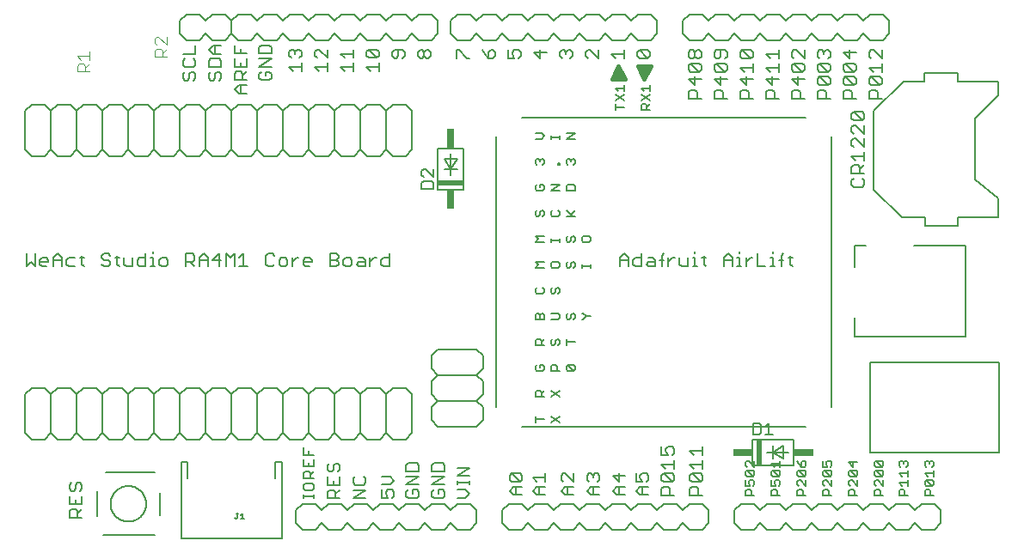
<source format=gto>
G75*
%MOIN*%
%OFA0B0*%
%FSLAX25Y25*%
%IPPOS*%
%LPD*%
%AMOC8*
5,1,8,0,0,1.08239X$1,22.5*
%
%ADD10C,0.01600*%
%ADD11C,0.00800*%
%ADD12C,0.00600*%
%ADD13C,0.00700*%
%ADD14C,0.00500*%
%ADD15C,0.00400*%
%ADD16R,0.02000X0.10000*%
%ADD17R,0.07500X0.03000*%
%ADD18R,0.10000X0.02000*%
%ADD19R,0.03000X0.07500*%
D10*
X0330095Y0201800D02*
X0332595Y0204300D01*
X0335095Y0201800D01*
X0332595Y0201800D01*
X0332595Y0204300D01*
X0332595Y0206800D02*
X0335095Y0201800D01*
X0332595Y0201800D02*
X0330095Y0201800D01*
X0332595Y0206800D01*
X0340095Y0206800D02*
X0342595Y0204300D01*
X0342595Y0206800D01*
X0345095Y0206800D01*
X0342595Y0204300D01*
X0342595Y0201800D02*
X0345095Y0206800D01*
X0342595Y0206800D02*
X0340095Y0206800D01*
X0342595Y0201800D01*
D11*
X0343894Y0209700D02*
X0340692Y0209700D01*
X0339891Y0210501D01*
X0339891Y0212102D01*
X0340692Y0212903D01*
X0343894Y0209700D01*
X0344695Y0210501D01*
X0344695Y0212102D01*
X0343894Y0212903D01*
X0340692Y0212903D01*
X0334695Y0212903D02*
X0334695Y0209700D01*
X0334695Y0211301D02*
X0329891Y0211301D01*
X0331492Y0209700D01*
X0324695Y0209700D02*
X0324695Y0212903D01*
X0324695Y0209700D02*
X0321492Y0212903D01*
X0320692Y0212903D01*
X0319891Y0212102D01*
X0319891Y0210501D01*
X0320692Y0209700D01*
X0314695Y0210501D02*
X0313894Y0209700D01*
X0314695Y0210501D02*
X0314695Y0212102D01*
X0313894Y0212903D01*
X0313094Y0212903D01*
X0312293Y0212102D01*
X0312293Y0211301D01*
X0312293Y0212102D02*
X0311492Y0212903D01*
X0310692Y0212903D01*
X0309891Y0212102D01*
X0309891Y0210501D01*
X0310692Y0209700D01*
X0304695Y0212102D02*
X0299891Y0212102D01*
X0302293Y0209700D01*
X0302293Y0212903D01*
X0294695Y0212102D02*
X0294695Y0210501D01*
X0293894Y0209700D01*
X0292293Y0209700D02*
X0291492Y0211301D01*
X0291492Y0212102D01*
X0292293Y0212903D01*
X0293894Y0212903D01*
X0294695Y0212102D01*
X0292293Y0209700D02*
X0289891Y0209700D01*
X0289891Y0212903D01*
X0284695Y0212102D02*
X0283894Y0212903D01*
X0283094Y0212903D01*
X0282293Y0212102D01*
X0282293Y0209700D01*
X0283894Y0209700D01*
X0284695Y0210501D01*
X0284695Y0212102D01*
X0282293Y0209700D02*
X0280692Y0211301D01*
X0279891Y0212903D01*
X0274695Y0209700D02*
X0273894Y0209700D01*
X0270692Y0212903D01*
X0269891Y0212903D01*
X0269891Y0209700D01*
X0259695Y0210501D02*
X0258894Y0209700D01*
X0258094Y0209700D01*
X0257293Y0210501D01*
X0257293Y0212102D01*
X0258094Y0212903D01*
X0258894Y0212903D01*
X0259695Y0212102D01*
X0259695Y0210501D01*
X0257293Y0210501D02*
X0256492Y0209700D01*
X0255692Y0209700D01*
X0254891Y0210501D01*
X0254891Y0212102D01*
X0255692Y0212903D01*
X0256492Y0212903D01*
X0257293Y0212102D01*
X0249695Y0212102D02*
X0248894Y0212903D01*
X0245692Y0212903D01*
X0244891Y0212102D01*
X0244891Y0210501D01*
X0245692Y0209700D01*
X0246492Y0209700D01*
X0247293Y0210501D01*
X0247293Y0212903D01*
X0249695Y0212102D02*
X0249695Y0210501D01*
X0248894Y0209700D01*
X0239695Y0210657D02*
X0238894Y0209856D01*
X0235692Y0213059D01*
X0238894Y0213059D01*
X0239695Y0212258D01*
X0239695Y0210657D01*
X0238894Y0209856D02*
X0235692Y0209856D01*
X0234891Y0210657D01*
X0234891Y0212258D01*
X0235692Y0213059D01*
X0239695Y0207903D02*
X0239695Y0204700D01*
X0239695Y0206301D02*
X0234891Y0206301D01*
X0236492Y0204700D01*
X0229695Y0204700D02*
X0229695Y0207903D01*
X0229695Y0206301D02*
X0224891Y0206301D01*
X0226492Y0204700D01*
X0226492Y0209856D02*
X0224891Y0211458D01*
X0229695Y0211458D01*
X0229695Y0213059D02*
X0229695Y0209856D01*
X0219695Y0209856D02*
X0216492Y0213059D01*
X0215692Y0213059D01*
X0214891Y0212258D01*
X0214891Y0210657D01*
X0215692Y0209856D01*
X0214891Y0206301D02*
X0219695Y0206301D01*
X0219695Y0204700D02*
X0219695Y0207903D01*
X0219695Y0209856D02*
X0219695Y0213059D01*
X0220095Y0216800D02*
X0215095Y0216800D01*
X0212595Y0219300D01*
X0210095Y0216800D01*
X0205095Y0216800D01*
X0202595Y0219300D01*
X0200095Y0216800D01*
X0195095Y0216800D01*
X0192595Y0219300D01*
X0190095Y0216800D01*
X0185095Y0216800D01*
X0182595Y0219300D01*
X0180095Y0216800D01*
X0175095Y0216800D01*
X0172595Y0219300D01*
X0170095Y0216800D01*
X0165095Y0216800D01*
X0162595Y0219300D01*
X0162595Y0224300D01*
X0165095Y0226800D01*
X0170095Y0226800D01*
X0172595Y0224300D01*
X0175095Y0226800D01*
X0180095Y0226800D01*
X0182595Y0224300D01*
X0182595Y0219300D01*
X0182595Y0224300D01*
X0185095Y0226800D01*
X0190095Y0226800D01*
X0192595Y0224300D01*
X0195095Y0226800D01*
X0200095Y0226800D01*
X0202595Y0224300D01*
X0205095Y0226800D01*
X0210095Y0226800D01*
X0212595Y0224300D01*
X0215095Y0226800D01*
X0220095Y0226800D01*
X0222595Y0224300D01*
X0225095Y0226800D01*
X0230095Y0226800D01*
X0232595Y0224300D01*
X0235095Y0226800D01*
X0240095Y0226800D01*
X0242595Y0224300D01*
X0245095Y0226800D01*
X0250095Y0226800D01*
X0252595Y0224300D01*
X0255095Y0226800D01*
X0260095Y0226800D01*
X0262595Y0224300D01*
X0262595Y0219300D01*
X0260095Y0216800D01*
X0255095Y0216800D01*
X0252595Y0219300D01*
X0250095Y0216800D01*
X0245095Y0216800D01*
X0242595Y0219300D01*
X0240095Y0216800D01*
X0235095Y0216800D01*
X0232595Y0219300D01*
X0230095Y0216800D01*
X0225095Y0216800D01*
X0222595Y0219300D01*
X0220095Y0216800D01*
X0209695Y0212258D02*
X0209695Y0210657D01*
X0208894Y0209856D01*
X0209695Y0207903D02*
X0209695Y0204700D01*
X0209695Y0206301D02*
X0204891Y0206301D01*
X0206492Y0204700D01*
X0205692Y0209856D02*
X0204891Y0210657D01*
X0204891Y0212258D01*
X0205692Y0213059D01*
X0206492Y0213059D01*
X0207293Y0212258D01*
X0208094Y0213059D01*
X0208894Y0213059D01*
X0209695Y0212258D01*
X0207293Y0212258D02*
X0207293Y0211458D01*
X0198120Y0211561D02*
X0198120Y0213963D01*
X0197320Y0214764D01*
X0194117Y0214764D01*
X0193316Y0213963D01*
X0193316Y0211561D01*
X0198120Y0211561D01*
X0198120Y0209607D02*
X0193316Y0209607D01*
X0193316Y0206404D02*
X0198120Y0209607D01*
X0198120Y0206404D02*
X0193316Y0206404D01*
X0194117Y0204451D02*
X0193316Y0203650D01*
X0193316Y0202049D01*
X0194117Y0201248D01*
X0197320Y0201248D01*
X0198120Y0202049D01*
X0198120Y0203650D01*
X0197320Y0204451D01*
X0195718Y0204451D01*
X0195718Y0202849D01*
X0188578Y0201304D02*
X0183774Y0201304D01*
X0183774Y0203706D01*
X0184574Y0204507D01*
X0186176Y0204507D01*
X0186976Y0203706D01*
X0186976Y0201304D01*
X0186976Y0202906D02*
X0188578Y0204507D01*
X0188578Y0206461D02*
X0188578Y0209664D01*
X0188578Y0211617D02*
X0183774Y0211617D01*
X0183774Y0214820D01*
X0186176Y0213219D02*
X0186176Y0211617D01*
X0183774Y0209664D02*
X0183774Y0206461D01*
X0188578Y0206461D01*
X0186176Y0206461D02*
X0186176Y0208062D01*
X0178578Y0208706D02*
X0178578Y0206304D01*
X0173774Y0206304D01*
X0173774Y0208706D01*
X0174574Y0209507D01*
X0177777Y0209507D01*
X0178578Y0208706D01*
X0178578Y0211461D02*
X0175375Y0211461D01*
X0173774Y0213062D01*
X0175375Y0214664D01*
X0178578Y0214664D01*
X0176176Y0214664D02*
X0176176Y0211461D01*
X0168578Y0211461D02*
X0168578Y0214664D01*
X0168578Y0211461D02*
X0163774Y0211461D01*
X0164574Y0209507D02*
X0163774Y0208706D01*
X0163774Y0207105D01*
X0164574Y0206304D01*
X0167777Y0206304D01*
X0168578Y0207105D01*
X0168578Y0208706D01*
X0167777Y0209507D01*
X0167777Y0204351D02*
X0168578Y0203550D01*
X0168578Y0201949D01*
X0167777Y0201148D01*
X0166176Y0201949D02*
X0166176Y0203550D01*
X0166976Y0204351D01*
X0167777Y0204351D01*
X0166176Y0201949D02*
X0165375Y0201148D01*
X0164574Y0201148D01*
X0163774Y0201949D01*
X0163774Y0203550D01*
X0164574Y0204351D01*
X0173774Y0203550D02*
X0173774Y0201949D01*
X0174574Y0201148D01*
X0175375Y0201148D01*
X0176176Y0201949D01*
X0176176Y0203550D01*
X0176976Y0204351D01*
X0177777Y0204351D01*
X0178578Y0203550D01*
X0178578Y0201949D01*
X0177777Y0201148D01*
X0174574Y0204351D02*
X0173774Y0203550D01*
X0183774Y0197749D02*
X0185375Y0199351D01*
X0188578Y0199351D01*
X0186176Y0199351D02*
X0186176Y0196148D01*
X0185375Y0196148D02*
X0188578Y0196148D01*
X0185375Y0196148D02*
X0183774Y0197749D01*
X0214891Y0206301D02*
X0216492Y0204700D01*
X0267595Y0219300D02*
X0267595Y0224300D01*
X0270095Y0226800D01*
X0275095Y0226800D01*
X0277595Y0224300D01*
X0280095Y0226800D01*
X0285095Y0226800D01*
X0287595Y0224300D01*
X0290095Y0226800D01*
X0295095Y0226800D01*
X0297595Y0224300D01*
X0300095Y0226800D01*
X0305095Y0226800D01*
X0307595Y0224300D01*
X0310095Y0226800D01*
X0315095Y0226800D01*
X0317595Y0224300D01*
X0320095Y0226800D01*
X0325095Y0226800D01*
X0327595Y0224300D01*
X0330095Y0226800D01*
X0335095Y0226800D01*
X0337595Y0224300D01*
X0340095Y0226800D01*
X0345095Y0226800D01*
X0347595Y0224300D01*
X0347595Y0219300D01*
X0345095Y0216800D01*
X0340095Y0216800D01*
X0337595Y0219300D01*
X0335095Y0216800D01*
X0330095Y0216800D01*
X0327595Y0219300D01*
X0325095Y0216800D01*
X0320095Y0216800D01*
X0317595Y0219300D01*
X0315095Y0216800D01*
X0310095Y0216800D01*
X0307595Y0219300D01*
X0305095Y0216800D01*
X0300095Y0216800D01*
X0297595Y0219300D01*
X0295095Y0216800D01*
X0290095Y0216800D01*
X0287595Y0219300D01*
X0285095Y0216800D01*
X0280095Y0216800D01*
X0277595Y0219300D01*
X0275095Y0216800D01*
X0270095Y0216800D01*
X0267595Y0219300D01*
X0357595Y0219300D02*
X0360095Y0216800D01*
X0365095Y0216800D01*
X0367595Y0219300D01*
X0370095Y0216800D01*
X0375095Y0216800D01*
X0377595Y0219300D01*
X0380095Y0216800D01*
X0385095Y0216800D01*
X0387595Y0219300D01*
X0390095Y0216800D01*
X0395095Y0216800D01*
X0397595Y0219300D01*
X0400095Y0216800D01*
X0405095Y0216800D01*
X0407595Y0219300D01*
X0410095Y0216800D01*
X0415095Y0216800D01*
X0417595Y0219300D01*
X0420095Y0216800D01*
X0425095Y0216800D01*
X0427595Y0219300D01*
X0430095Y0216800D01*
X0435095Y0216800D01*
X0437595Y0219300D01*
X0437595Y0224300D01*
X0435095Y0226800D01*
X0430095Y0226800D01*
X0427595Y0224300D01*
X0425095Y0226800D01*
X0420095Y0226800D01*
X0417595Y0224300D01*
X0415095Y0226800D01*
X0410095Y0226800D01*
X0407595Y0224300D01*
X0405095Y0226800D01*
X0400095Y0226800D01*
X0397595Y0224300D01*
X0395095Y0226800D01*
X0390095Y0226800D01*
X0387595Y0224300D01*
X0385095Y0226800D01*
X0380095Y0226800D01*
X0377595Y0224300D01*
X0375095Y0226800D01*
X0370095Y0226800D01*
X0367595Y0224300D01*
X0365095Y0226800D01*
X0360095Y0226800D01*
X0357595Y0224300D01*
X0357595Y0219300D01*
X0424190Y0137017D02*
X0428520Y0137017D01*
X0424190Y0137017D02*
X0424190Y0128749D01*
X0447024Y0137017D02*
X0467103Y0137017D01*
X0467103Y0101583D01*
X0424190Y0101583D01*
X0424190Y0109064D01*
X0344195Y0047758D02*
X0344195Y0046157D01*
X0343394Y0045356D01*
X0341793Y0045356D02*
X0340992Y0046958D01*
X0340992Y0047758D01*
X0341793Y0048559D01*
X0343394Y0048559D01*
X0344195Y0047758D01*
X0341793Y0045356D02*
X0339391Y0045356D01*
X0339391Y0048559D01*
X0335195Y0047758D02*
X0330391Y0047758D01*
X0332793Y0045356D01*
X0332793Y0048559D01*
X0332793Y0043403D02*
X0332793Y0040200D01*
X0331992Y0040200D02*
X0335195Y0040200D01*
X0331992Y0040200D02*
X0330391Y0041801D01*
X0331992Y0043403D01*
X0335195Y0043403D01*
X0339391Y0041801D02*
X0340992Y0043403D01*
X0344195Y0043403D01*
X0341793Y0043403D02*
X0341793Y0040200D01*
X0340992Y0040200D02*
X0339391Y0041801D01*
X0340992Y0040200D02*
X0344195Y0040200D01*
X0345095Y0036800D02*
X0340095Y0036800D01*
X0337595Y0034300D01*
X0335095Y0036800D01*
X0330095Y0036800D01*
X0327595Y0034300D01*
X0325095Y0036800D01*
X0320095Y0036800D01*
X0317595Y0034300D01*
X0315095Y0036800D01*
X0310095Y0036800D01*
X0307595Y0034300D01*
X0305095Y0036800D01*
X0300095Y0036800D01*
X0297595Y0034300D01*
X0295095Y0036800D01*
X0290095Y0036800D01*
X0287595Y0034300D01*
X0287595Y0029300D01*
X0290095Y0026800D01*
X0295095Y0026800D01*
X0297595Y0029300D01*
X0300095Y0026800D01*
X0305095Y0026800D01*
X0307595Y0029300D01*
X0310095Y0026800D01*
X0315095Y0026800D01*
X0317595Y0029300D01*
X0320095Y0026800D01*
X0325095Y0026800D01*
X0327595Y0029300D01*
X0330095Y0026800D01*
X0335095Y0026800D01*
X0337595Y0029300D01*
X0340095Y0026800D01*
X0345095Y0026800D01*
X0347595Y0029300D01*
X0350095Y0026800D01*
X0355095Y0026800D01*
X0357595Y0029300D01*
X0360095Y0026800D01*
X0365095Y0026800D01*
X0367595Y0029300D01*
X0367595Y0034300D01*
X0365095Y0036800D01*
X0360095Y0036800D01*
X0357595Y0034300D01*
X0355095Y0036800D01*
X0350095Y0036800D01*
X0347595Y0034300D01*
X0345095Y0036800D01*
X0325195Y0040200D02*
X0321992Y0040200D01*
X0320391Y0041801D01*
X0321992Y0043403D01*
X0325195Y0043403D01*
X0324394Y0045356D02*
X0325195Y0046157D01*
X0325195Y0047758D01*
X0324394Y0048559D01*
X0323594Y0048559D01*
X0322793Y0047758D01*
X0322793Y0046958D01*
X0322793Y0047758D02*
X0321992Y0048559D01*
X0321192Y0048559D01*
X0320391Y0047758D01*
X0320391Y0046157D01*
X0321192Y0045356D01*
X0322793Y0043403D02*
X0322793Y0040200D01*
X0315195Y0040200D02*
X0311992Y0040200D01*
X0310391Y0041801D01*
X0311992Y0043403D01*
X0315195Y0043403D01*
X0315195Y0045356D02*
X0311992Y0048559D01*
X0311192Y0048559D01*
X0310391Y0047758D01*
X0310391Y0046157D01*
X0311192Y0045356D01*
X0312793Y0043403D02*
X0312793Y0040200D01*
X0315195Y0045356D02*
X0315195Y0048559D01*
X0304195Y0048559D02*
X0304195Y0045356D01*
X0304195Y0046958D02*
X0299391Y0046958D01*
X0300992Y0045356D01*
X0300992Y0043403D02*
X0304195Y0043403D01*
X0301793Y0043403D02*
X0301793Y0040200D01*
X0300992Y0040200D02*
X0299391Y0041801D01*
X0300992Y0043403D01*
X0300992Y0040200D02*
X0304195Y0040200D01*
X0295195Y0040200D02*
X0291992Y0040200D01*
X0290391Y0041801D01*
X0291992Y0043403D01*
X0295195Y0043403D01*
X0294394Y0045356D02*
X0291192Y0048559D01*
X0294394Y0048559D01*
X0295195Y0047758D01*
X0295195Y0046157D01*
X0294394Y0045356D01*
X0291192Y0045356D01*
X0290391Y0046157D01*
X0290391Y0047758D01*
X0291192Y0048559D01*
X0292793Y0043403D02*
X0292793Y0040200D01*
X0277595Y0034300D02*
X0277595Y0029300D01*
X0275095Y0026800D01*
X0270095Y0026800D01*
X0267595Y0029300D01*
X0265095Y0026800D01*
X0260095Y0026800D01*
X0257595Y0029300D01*
X0255095Y0026800D01*
X0250095Y0026800D01*
X0247595Y0029300D01*
X0245095Y0026800D01*
X0240095Y0026800D01*
X0237595Y0029300D01*
X0235095Y0026800D01*
X0230095Y0026800D01*
X0227595Y0029300D01*
X0225095Y0026800D01*
X0220095Y0026800D01*
X0217595Y0029300D01*
X0215095Y0026800D01*
X0210095Y0026800D01*
X0207595Y0029300D01*
X0207595Y0034300D01*
X0210095Y0036800D01*
X0215095Y0036800D01*
X0217595Y0034300D01*
X0220095Y0036800D01*
X0225095Y0036800D01*
X0227595Y0034300D01*
X0230095Y0036800D01*
X0235095Y0036800D01*
X0237595Y0034300D01*
X0240095Y0036800D01*
X0245095Y0036800D01*
X0247595Y0034300D01*
X0250095Y0036800D01*
X0255095Y0036800D01*
X0257595Y0034300D01*
X0260095Y0036800D01*
X0265095Y0036800D01*
X0267595Y0034300D01*
X0270095Y0036800D01*
X0275095Y0036800D01*
X0277595Y0034300D01*
X0273242Y0039017D02*
X0274843Y0040619D01*
X0273242Y0042220D01*
X0270039Y0042220D01*
X0270039Y0044174D02*
X0270039Y0045775D01*
X0270039Y0044974D02*
X0274843Y0044974D01*
X0274843Y0044174D02*
X0274843Y0045775D01*
X0274843Y0047611D02*
X0270039Y0047611D01*
X0274843Y0050814D01*
X0270039Y0050814D01*
X0265143Y0051732D02*
X0264342Y0052533D01*
X0261140Y0052533D01*
X0260339Y0051732D01*
X0260339Y0049330D01*
X0265143Y0049330D01*
X0265143Y0051732D01*
X0265143Y0047376D02*
X0260339Y0047376D01*
X0260339Y0044174D02*
X0265143Y0047376D01*
X0265143Y0044174D02*
X0260339Y0044174D01*
X0261140Y0042220D02*
X0260339Y0041419D01*
X0260339Y0039818D01*
X0261140Y0039017D01*
X0264342Y0039017D01*
X0265143Y0039818D01*
X0265143Y0041419D01*
X0264342Y0042220D01*
X0262741Y0042220D01*
X0262741Y0040619D01*
X0255143Y0041419D02*
X0254342Y0042220D01*
X0252741Y0042220D01*
X0252741Y0040619D01*
X0251140Y0042220D02*
X0250339Y0041419D01*
X0250339Y0039818D01*
X0251140Y0039017D01*
X0254342Y0039017D01*
X0255143Y0039818D01*
X0255143Y0041419D01*
X0255143Y0044174D02*
X0250339Y0044174D01*
X0255143Y0047376D01*
X0250339Y0047376D01*
X0250339Y0049330D02*
X0250339Y0051732D01*
X0251140Y0052533D01*
X0254342Y0052533D01*
X0255143Y0051732D01*
X0255143Y0049330D01*
X0250339Y0049330D01*
X0245643Y0045775D02*
X0244042Y0047376D01*
X0240839Y0047376D01*
X0240839Y0044174D02*
X0244042Y0044174D01*
X0245643Y0045775D01*
X0244842Y0042220D02*
X0243241Y0042220D01*
X0242440Y0041419D01*
X0242440Y0040619D01*
X0243241Y0039017D01*
X0240839Y0039017D01*
X0240839Y0042220D01*
X0244842Y0042220D02*
X0245643Y0041419D01*
X0245643Y0039818D01*
X0244842Y0039017D01*
X0234578Y0038948D02*
X0229774Y0038948D01*
X0234578Y0042151D01*
X0229774Y0042151D01*
X0230574Y0044104D02*
X0229774Y0044905D01*
X0229774Y0046506D01*
X0230574Y0047307D01*
X0230574Y0044104D02*
X0233777Y0044104D01*
X0234578Y0044905D01*
X0234578Y0046506D01*
X0233777Y0047307D01*
X0224578Y0047307D02*
X0224578Y0044104D01*
X0219774Y0044104D01*
X0219774Y0047307D01*
X0220574Y0049261D02*
X0219774Y0050062D01*
X0219774Y0051663D01*
X0220574Y0052464D01*
X0222176Y0051663D02*
X0222976Y0052464D01*
X0223777Y0052464D01*
X0224578Y0051663D01*
X0224578Y0050062D01*
X0223777Y0049261D01*
X0222176Y0050062D02*
X0222176Y0051663D01*
X0222176Y0050062D02*
X0221375Y0049261D01*
X0220574Y0049261D01*
X0222176Y0045706D02*
X0222176Y0044104D01*
X0222176Y0042151D02*
X0222976Y0041350D01*
X0222976Y0038948D01*
X0222976Y0040549D02*
X0224578Y0042151D01*
X0222176Y0042151D02*
X0220574Y0042151D01*
X0219774Y0041350D01*
X0219774Y0038948D01*
X0224578Y0038948D01*
X0214578Y0038948D02*
X0214578Y0040349D01*
X0214578Y0039649D02*
X0210374Y0039649D01*
X0210374Y0040349D02*
X0210374Y0038948D01*
X0211075Y0042017D02*
X0213877Y0042017D01*
X0214578Y0042718D01*
X0214578Y0044119D01*
X0213877Y0044820D01*
X0211075Y0044820D01*
X0210374Y0044119D01*
X0210374Y0042718D01*
X0211075Y0042017D01*
X0210374Y0046621D02*
X0210374Y0048723D01*
X0211075Y0049424D01*
X0212476Y0049424D01*
X0213177Y0048723D01*
X0213177Y0046621D01*
X0214578Y0046621D02*
X0210374Y0046621D01*
X0213177Y0048022D02*
X0214578Y0049424D01*
X0214578Y0051225D02*
X0214578Y0054028D01*
X0214578Y0055829D02*
X0210374Y0055829D01*
X0210374Y0058631D01*
X0212476Y0057230D02*
X0212476Y0055829D01*
X0210374Y0054028D02*
X0210374Y0051225D01*
X0214578Y0051225D01*
X0212476Y0051225D02*
X0212476Y0052626D01*
X0202083Y0053099D02*
X0199524Y0053099D01*
X0199524Y0046800D01*
X0202083Y0053099D02*
X0202083Y0023178D01*
X0163107Y0023178D01*
X0163107Y0053099D01*
X0165666Y0053099D01*
X0165666Y0046800D01*
X0124578Y0044163D02*
X0124578Y0042562D01*
X0123777Y0041761D01*
X0122176Y0042562D02*
X0122176Y0044163D01*
X0122976Y0044964D01*
X0123777Y0044964D01*
X0124578Y0044163D01*
X0122176Y0042562D02*
X0121375Y0041761D01*
X0120574Y0041761D01*
X0119774Y0042562D01*
X0119774Y0044163D01*
X0120574Y0044964D01*
X0119774Y0039807D02*
X0119774Y0036604D01*
X0124578Y0036604D01*
X0124578Y0039807D01*
X0122176Y0038206D02*
X0122176Y0036604D01*
X0122176Y0034651D02*
X0122976Y0033850D01*
X0122976Y0031448D01*
X0122976Y0033049D02*
X0124578Y0034651D01*
X0122176Y0034651D02*
X0120574Y0034651D01*
X0119774Y0033850D01*
X0119774Y0031448D01*
X0124578Y0031448D01*
X0270039Y0039017D02*
X0273242Y0039017D01*
X0377595Y0034300D02*
X0377595Y0029300D01*
X0380095Y0026800D01*
X0385095Y0026800D01*
X0387595Y0029300D01*
X0390095Y0026800D01*
X0395095Y0026800D01*
X0397595Y0029300D01*
X0400095Y0026800D01*
X0405095Y0026800D01*
X0407595Y0029300D01*
X0410095Y0026800D01*
X0415095Y0026800D01*
X0417595Y0029300D01*
X0420095Y0026800D01*
X0425095Y0026800D01*
X0427595Y0029300D01*
X0430095Y0026800D01*
X0435095Y0026800D01*
X0437595Y0029300D01*
X0440095Y0026800D01*
X0445095Y0026800D01*
X0447595Y0029300D01*
X0450095Y0026800D01*
X0455095Y0026800D01*
X0457595Y0029300D01*
X0457595Y0034300D01*
X0455095Y0036800D01*
X0450095Y0036800D01*
X0447595Y0034300D01*
X0445095Y0036800D01*
X0440095Y0036800D01*
X0437595Y0034300D01*
X0435095Y0036800D01*
X0430095Y0036800D01*
X0427595Y0034300D01*
X0425095Y0036800D01*
X0420095Y0036800D01*
X0417595Y0034300D01*
X0415095Y0036800D01*
X0410095Y0036800D01*
X0407595Y0034300D01*
X0405095Y0036800D01*
X0400095Y0036800D01*
X0397595Y0034300D01*
X0395095Y0036800D01*
X0390095Y0036800D01*
X0387595Y0034300D01*
X0385095Y0036800D01*
X0380095Y0036800D01*
X0377595Y0034300D01*
D12*
X0102595Y0064300D02*
X0102595Y0079300D01*
X0105095Y0081800D01*
X0110095Y0081800D01*
X0112595Y0079300D01*
X0112595Y0064300D01*
X0115095Y0061800D01*
X0120095Y0061800D01*
X0122595Y0064300D01*
X0122595Y0079300D01*
X0125095Y0081800D01*
X0130095Y0081800D01*
X0132595Y0079300D01*
X0132595Y0064300D01*
X0135095Y0061800D01*
X0140095Y0061800D01*
X0142595Y0064300D01*
X0142595Y0079300D01*
X0145095Y0081800D01*
X0150095Y0081800D01*
X0152595Y0079300D01*
X0152595Y0064300D01*
X0155095Y0061800D01*
X0160095Y0061800D01*
X0162595Y0064300D01*
X0162595Y0079300D01*
X0165095Y0081800D01*
X0170095Y0081800D01*
X0172595Y0079300D01*
X0172595Y0064300D01*
X0170095Y0061800D01*
X0165095Y0061800D01*
X0162595Y0064300D01*
X0152595Y0064300D02*
X0150095Y0061800D01*
X0145095Y0061800D01*
X0142595Y0064300D01*
X0132595Y0064300D02*
X0130095Y0061800D01*
X0125095Y0061800D01*
X0122595Y0064300D01*
X0112595Y0064300D02*
X0110095Y0061800D01*
X0105095Y0061800D01*
X0102595Y0064300D01*
X0112595Y0079300D02*
X0115095Y0081800D01*
X0120095Y0081800D01*
X0122595Y0079300D01*
X0132595Y0079300D02*
X0135095Y0081800D01*
X0140095Y0081800D01*
X0142595Y0079300D01*
X0152595Y0079300D02*
X0155095Y0081800D01*
X0160095Y0081800D01*
X0162595Y0079300D01*
X0172595Y0079300D02*
X0175095Y0081800D01*
X0180095Y0081800D01*
X0182595Y0079300D01*
X0182595Y0064300D01*
X0180095Y0061800D01*
X0175095Y0061800D01*
X0172595Y0064300D01*
X0182595Y0064300D02*
X0185095Y0061800D01*
X0190095Y0061800D01*
X0192595Y0064300D01*
X0192595Y0079300D01*
X0195095Y0081800D01*
X0200095Y0081800D01*
X0202595Y0079300D01*
X0202595Y0064300D01*
X0200095Y0061800D01*
X0195095Y0061800D01*
X0192595Y0064300D01*
X0202595Y0064300D02*
X0205095Y0061800D01*
X0210095Y0061800D01*
X0212595Y0064300D01*
X0212595Y0079300D01*
X0215095Y0081800D01*
X0220095Y0081800D01*
X0222595Y0079300D01*
X0222595Y0064300D01*
X0220095Y0061800D01*
X0215095Y0061800D01*
X0212595Y0064300D01*
X0222595Y0064300D02*
X0225095Y0061800D01*
X0230095Y0061800D01*
X0232595Y0064300D01*
X0232595Y0079300D01*
X0235095Y0081800D01*
X0240095Y0081800D01*
X0242595Y0079300D01*
X0242595Y0064300D01*
X0240095Y0061800D01*
X0235095Y0061800D01*
X0232595Y0064300D01*
X0242595Y0064300D02*
X0245095Y0061800D01*
X0250095Y0061800D01*
X0252595Y0064300D01*
X0252595Y0079300D01*
X0250095Y0081800D01*
X0245095Y0081800D01*
X0242595Y0079300D01*
X0232595Y0079300D02*
X0230095Y0081800D01*
X0225095Y0081800D01*
X0222595Y0079300D01*
X0212595Y0079300D02*
X0210095Y0081800D01*
X0205095Y0081800D01*
X0202595Y0079300D01*
X0192595Y0079300D02*
X0190095Y0081800D01*
X0185095Y0081800D01*
X0182595Y0079300D01*
X0260095Y0079300D02*
X0262595Y0076800D01*
X0277595Y0076800D01*
X0280095Y0079300D01*
X0280095Y0084300D01*
X0277595Y0086800D01*
X0280095Y0089300D01*
X0280095Y0094300D01*
X0277595Y0096800D01*
X0262595Y0096800D01*
X0260095Y0094300D01*
X0260095Y0089300D01*
X0262595Y0086800D01*
X0277595Y0086800D01*
X0277595Y0076800D02*
X0280095Y0074300D01*
X0280095Y0069300D01*
X0277595Y0066800D01*
X0262595Y0066800D01*
X0260095Y0069300D01*
X0260095Y0074300D01*
X0262595Y0076800D01*
X0260095Y0079300D02*
X0260095Y0084300D01*
X0262595Y0086800D01*
X0349291Y0058905D02*
X0349291Y0055569D01*
X0351793Y0055569D01*
X0350959Y0057237D01*
X0350959Y0058071D01*
X0351793Y0058905D01*
X0353461Y0058905D01*
X0354295Y0058071D01*
X0354295Y0056403D01*
X0353461Y0055569D01*
X0354295Y0053749D02*
X0354295Y0050413D01*
X0354295Y0052081D02*
X0349291Y0052081D01*
X0350959Y0050413D01*
X0350125Y0048593D02*
X0353461Y0045256D01*
X0354295Y0046090D01*
X0354295Y0047759D01*
X0353461Y0048593D01*
X0350125Y0048593D01*
X0349291Y0047759D01*
X0349291Y0046090D01*
X0350125Y0045256D01*
X0353461Y0045256D01*
X0351793Y0043436D02*
X0352627Y0042602D01*
X0352627Y0040100D01*
X0354295Y0040100D02*
X0349291Y0040100D01*
X0349291Y0042602D01*
X0350125Y0043436D01*
X0351793Y0043436D01*
X0360291Y0042602D02*
X0361125Y0043436D01*
X0362793Y0043436D01*
X0363627Y0042602D01*
X0363627Y0040100D01*
X0365295Y0040100D02*
X0360291Y0040100D01*
X0360291Y0042602D01*
X0361125Y0045256D02*
X0360291Y0046090D01*
X0360291Y0047759D01*
X0361125Y0048593D01*
X0364461Y0045256D01*
X0365295Y0046090D01*
X0365295Y0047759D01*
X0364461Y0048593D01*
X0361125Y0048593D01*
X0361959Y0050413D02*
X0360291Y0052081D01*
X0365295Y0052081D01*
X0365295Y0050413D02*
X0365295Y0053749D01*
X0365295Y0055569D02*
X0365295Y0058905D01*
X0365295Y0057237D02*
X0360291Y0057237D01*
X0361959Y0055569D01*
X0361125Y0045256D02*
X0364461Y0045256D01*
X0381892Y0046052D02*
X0381892Y0043783D01*
X0383594Y0043783D01*
X0383027Y0044917D01*
X0383027Y0045485D01*
X0383594Y0046052D01*
X0384728Y0046052D01*
X0385295Y0045485D01*
X0385295Y0044350D01*
X0384728Y0043783D01*
X0383594Y0042369D02*
X0384161Y0041801D01*
X0384161Y0040100D01*
X0385295Y0040100D02*
X0381892Y0040100D01*
X0381892Y0041801D01*
X0382459Y0042369D01*
X0383594Y0042369D01*
X0384728Y0047466D02*
X0382459Y0049735D01*
X0384728Y0049735D01*
X0385295Y0049168D01*
X0385295Y0048033D01*
X0384728Y0047466D01*
X0382459Y0047466D01*
X0381892Y0048033D01*
X0381892Y0049168D01*
X0382459Y0049735D01*
X0382459Y0051149D02*
X0381892Y0051717D01*
X0381892Y0052851D01*
X0382459Y0053418D01*
X0383027Y0053418D01*
X0385295Y0051149D01*
X0385295Y0053418D01*
X0384595Y0051800D02*
X0384595Y0061800D01*
X0400595Y0061800D01*
X0400595Y0051800D01*
X0384595Y0051800D01*
X0390095Y0056800D02*
X0392595Y0056800D01*
X0392595Y0054300D01*
X0391892Y0052284D02*
X0395295Y0052284D01*
X0395295Y0053418D02*
X0395295Y0051149D01*
X0394728Y0049735D02*
X0395295Y0049168D01*
X0395295Y0048033D01*
X0394728Y0047466D01*
X0392459Y0049735D01*
X0394728Y0049735D01*
X0393027Y0051149D02*
X0391892Y0052284D01*
X0392459Y0049735D02*
X0391892Y0049168D01*
X0391892Y0048033D01*
X0392459Y0047466D01*
X0394728Y0047466D01*
X0394728Y0046052D02*
X0395295Y0045485D01*
X0395295Y0044350D01*
X0394728Y0043783D01*
X0393594Y0043783D02*
X0393027Y0044917D01*
X0393027Y0045485D01*
X0393594Y0046052D01*
X0394728Y0046052D01*
X0393594Y0043783D02*
X0391892Y0043783D01*
X0391892Y0046052D01*
X0392459Y0042369D02*
X0393594Y0042369D01*
X0394161Y0041801D01*
X0394161Y0040100D01*
X0395295Y0040100D02*
X0391892Y0040100D01*
X0391892Y0041801D01*
X0392459Y0042369D01*
X0401892Y0041801D02*
X0402459Y0042369D01*
X0403594Y0042369D01*
X0404161Y0041801D01*
X0404161Y0040100D01*
X0405295Y0040100D02*
X0401892Y0040100D01*
X0401892Y0041801D01*
X0402459Y0043783D02*
X0401892Y0044350D01*
X0401892Y0045485D01*
X0402459Y0046052D01*
X0403027Y0046052D01*
X0405295Y0043783D01*
X0405295Y0046052D01*
X0404728Y0047466D02*
X0402459Y0049735D01*
X0404728Y0049735D01*
X0405295Y0049168D01*
X0405295Y0048033D01*
X0404728Y0047466D01*
X0402459Y0047466D01*
X0401892Y0048033D01*
X0401892Y0049168D01*
X0402459Y0049735D01*
X0403594Y0051149D02*
X0403594Y0052851D01*
X0404161Y0053418D01*
X0404728Y0053418D01*
X0405295Y0052851D01*
X0405295Y0051717D01*
X0404728Y0051149D01*
X0403594Y0051149D01*
X0402459Y0052284D01*
X0401892Y0053418D01*
X0398595Y0056800D02*
X0392595Y0056800D01*
X0392595Y0059300D01*
X0392595Y0056800D02*
X0396595Y0059300D01*
X0396595Y0054300D01*
X0392595Y0056800D01*
X0411892Y0053418D02*
X0411892Y0051149D01*
X0413594Y0051149D01*
X0413027Y0052284D01*
X0413027Y0052851D01*
X0413594Y0053418D01*
X0414728Y0053418D01*
X0415295Y0052851D01*
X0415295Y0051717D01*
X0414728Y0051149D01*
X0414728Y0049735D02*
X0415295Y0049168D01*
X0415295Y0048033D01*
X0414728Y0047466D01*
X0412459Y0049735D01*
X0414728Y0049735D01*
X0412459Y0049735D02*
X0411892Y0049168D01*
X0411892Y0048033D01*
X0412459Y0047466D01*
X0414728Y0047466D01*
X0415295Y0046052D02*
X0415295Y0043783D01*
X0413027Y0046052D01*
X0412459Y0046052D01*
X0411892Y0045485D01*
X0411892Y0044350D01*
X0412459Y0043783D01*
X0412459Y0042369D02*
X0413594Y0042369D01*
X0414161Y0041801D01*
X0414161Y0040100D01*
X0415295Y0040100D02*
X0411892Y0040100D01*
X0411892Y0041801D01*
X0412459Y0042369D01*
X0421892Y0041801D02*
X0422459Y0042369D01*
X0423594Y0042369D01*
X0424161Y0041801D01*
X0424161Y0040100D01*
X0425295Y0040100D02*
X0421892Y0040100D01*
X0421892Y0041801D01*
X0422459Y0043783D02*
X0421892Y0044350D01*
X0421892Y0045485D01*
X0422459Y0046052D01*
X0423027Y0046052D01*
X0425295Y0043783D01*
X0425295Y0046052D01*
X0424728Y0047466D02*
X0422459Y0049735D01*
X0424728Y0049735D01*
X0425295Y0049168D01*
X0425295Y0048033D01*
X0424728Y0047466D01*
X0422459Y0047466D01*
X0421892Y0048033D01*
X0421892Y0049168D01*
X0422459Y0049735D01*
X0423594Y0051149D02*
X0423594Y0053418D01*
X0425295Y0052851D02*
X0421892Y0052851D01*
X0423594Y0051149D01*
X0431892Y0051717D02*
X0431892Y0052851D01*
X0432459Y0053418D01*
X0434728Y0051149D01*
X0435295Y0051717D01*
X0435295Y0052851D01*
X0434728Y0053418D01*
X0432459Y0053418D01*
X0431892Y0051717D02*
X0432459Y0051149D01*
X0434728Y0051149D01*
X0434728Y0049735D02*
X0435295Y0049168D01*
X0435295Y0048033D01*
X0434728Y0047466D01*
X0432459Y0049735D01*
X0434728Y0049735D01*
X0432459Y0049735D02*
X0431892Y0049168D01*
X0431892Y0048033D01*
X0432459Y0047466D01*
X0434728Y0047466D01*
X0435295Y0046052D02*
X0435295Y0043783D01*
X0433027Y0046052D01*
X0432459Y0046052D01*
X0431892Y0045485D01*
X0431892Y0044350D01*
X0432459Y0043783D01*
X0432459Y0042369D02*
X0433594Y0042369D01*
X0434161Y0041801D01*
X0434161Y0040100D01*
X0435295Y0040100D02*
X0431892Y0040100D01*
X0431892Y0041801D01*
X0432459Y0042369D01*
X0441392Y0041801D02*
X0441959Y0042369D01*
X0443094Y0042369D01*
X0443661Y0041801D01*
X0443661Y0040100D01*
X0444795Y0040100D02*
X0441392Y0040100D01*
X0441392Y0041801D01*
X0442527Y0043783D02*
X0441392Y0044917D01*
X0444795Y0044917D01*
X0444795Y0043783D02*
X0444795Y0046052D01*
X0444795Y0047466D02*
X0444795Y0049735D01*
X0444795Y0048601D02*
X0441392Y0048601D01*
X0442527Y0047466D01*
X0441959Y0051149D02*
X0441392Y0051717D01*
X0441392Y0052851D01*
X0441959Y0053418D01*
X0442527Y0053418D01*
X0443094Y0052851D01*
X0443661Y0053418D01*
X0444228Y0053418D01*
X0444795Y0052851D01*
X0444795Y0051717D01*
X0444228Y0051149D01*
X0443094Y0052284D02*
X0443094Y0052851D01*
X0451392Y0052851D02*
X0451392Y0051717D01*
X0451959Y0051149D01*
X0453094Y0052284D02*
X0453094Y0052851D01*
X0453661Y0053418D01*
X0454228Y0053418D01*
X0454795Y0052851D01*
X0454795Y0051717D01*
X0454228Y0051149D01*
X0454795Y0049735D02*
X0454795Y0047466D01*
X0454795Y0048601D02*
X0451392Y0048601D01*
X0452527Y0047466D01*
X0451959Y0046052D02*
X0454228Y0043783D01*
X0454795Y0044350D01*
X0454795Y0045485D01*
X0454228Y0046052D01*
X0451959Y0046052D01*
X0451392Y0045485D01*
X0451392Y0044350D01*
X0451959Y0043783D01*
X0454228Y0043783D01*
X0453094Y0042369D02*
X0453661Y0041801D01*
X0453661Y0040100D01*
X0454795Y0040100D02*
X0451392Y0040100D01*
X0451392Y0041801D01*
X0451959Y0042369D01*
X0453094Y0042369D01*
X0453094Y0052851D02*
X0452527Y0053418D01*
X0451959Y0053418D01*
X0451392Y0052851D01*
X0427144Y0159748D02*
X0423808Y0159748D01*
X0422974Y0160582D01*
X0422974Y0162250D01*
X0423808Y0163084D01*
X0422974Y0164904D02*
X0422974Y0167407D01*
X0423808Y0168241D01*
X0425476Y0168241D01*
X0426310Y0167407D01*
X0426310Y0164904D01*
X0427978Y0164904D02*
X0422974Y0164904D01*
X0426310Y0166573D02*
X0427978Y0168241D01*
X0427978Y0170061D02*
X0427978Y0173397D01*
X0427978Y0171729D02*
X0422974Y0171729D01*
X0424642Y0170061D01*
X0423808Y0175217D02*
X0422974Y0176051D01*
X0422974Y0177719D01*
X0423808Y0178553D01*
X0424642Y0178553D01*
X0427978Y0175217D01*
X0427978Y0178553D01*
X0427978Y0180374D02*
X0424642Y0183710D01*
X0423808Y0183710D01*
X0422974Y0182876D01*
X0422974Y0181208D01*
X0423808Y0180374D01*
X0427978Y0180374D02*
X0427978Y0183710D01*
X0427144Y0185530D02*
X0423808Y0188866D01*
X0427144Y0188866D01*
X0427978Y0188032D01*
X0427978Y0186364D01*
X0427144Y0185530D01*
X0423808Y0185530D01*
X0422974Y0186364D01*
X0422974Y0188032D01*
X0423808Y0188866D01*
X0423127Y0194100D02*
X0423127Y0196602D01*
X0422293Y0197436D01*
X0420625Y0197436D01*
X0419791Y0196602D01*
X0419791Y0194100D01*
X0424795Y0194100D01*
X0429791Y0194100D02*
X0429791Y0196602D01*
X0430625Y0197436D01*
X0432293Y0197436D01*
X0433127Y0196602D01*
X0433127Y0194100D01*
X0434795Y0194100D02*
X0429791Y0194100D01*
X0430625Y0199256D02*
X0429791Y0200090D01*
X0429791Y0201759D01*
X0430625Y0202593D01*
X0433961Y0199256D01*
X0434795Y0200090D01*
X0434795Y0201759D01*
X0433961Y0202593D01*
X0430625Y0202593D01*
X0431459Y0204413D02*
X0429791Y0206081D01*
X0434795Y0206081D01*
X0434795Y0204413D02*
X0434795Y0207749D01*
X0434795Y0209569D02*
X0431459Y0212905D01*
X0430625Y0212905D01*
X0429791Y0212071D01*
X0429791Y0210403D01*
X0430625Y0209569D01*
X0434795Y0209569D02*
X0434795Y0212905D01*
X0424795Y0212071D02*
X0419791Y0212071D01*
X0422293Y0209569D01*
X0422293Y0212905D01*
X0420625Y0207749D02*
X0423961Y0204413D01*
X0424795Y0205247D01*
X0424795Y0206915D01*
X0423961Y0207749D01*
X0420625Y0207749D01*
X0419791Y0206915D01*
X0419791Y0205247D01*
X0420625Y0204413D01*
X0423961Y0204413D01*
X0423961Y0202593D02*
X0420625Y0202593D01*
X0423961Y0199256D01*
X0424795Y0200090D01*
X0424795Y0201759D01*
X0423961Y0202593D01*
X0420625Y0202593D02*
X0419791Y0201759D01*
X0419791Y0200090D01*
X0420625Y0199256D01*
X0423961Y0199256D01*
X0430625Y0199256D02*
X0433961Y0199256D01*
X0414795Y0200090D02*
X0413961Y0199256D01*
X0410625Y0202593D01*
X0413961Y0202593D01*
X0414795Y0201759D01*
X0414795Y0200090D01*
X0413961Y0199256D02*
X0410625Y0199256D01*
X0409791Y0200090D01*
X0409791Y0201759D01*
X0410625Y0202593D01*
X0410625Y0204413D02*
X0409791Y0205247D01*
X0409791Y0206915D01*
X0410625Y0207749D01*
X0413961Y0204413D01*
X0414795Y0205247D01*
X0414795Y0206915D01*
X0413961Y0207749D01*
X0410625Y0207749D01*
X0410625Y0209569D02*
X0409791Y0210403D01*
X0409791Y0212071D01*
X0410625Y0212905D01*
X0411459Y0212905D01*
X0412293Y0212071D01*
X0413127Y0212905D01*
X0413961Y0212905D01*
X0414795Y0212071D01*
X0414795Y0210403D01*
X0413961Y0209569D01*
X0412293Y0211237D02*
X0412293Y0212071D01*
X0404795Y0212905D02*
X0404795Y0209569D01*
X0401459Y0212905D01*
X0400625Y0212905D01*
X0399791Y0212071D01*
X0399791Y0210403D01*
X0400625Y0209569D01*
X0400625Y0207749D02*
X0403961Y0204413D01*
X0404795Y0205247D01*
X0404795Y0206915D01*
X0403961Y0207749D01*
X0400625Y0207749D01*
X0399791Y0206915D01*
X0399791Y0205247D01*
X0400625Y0204413D01*
X0403961Y0204413D01*
X0402293Y0202593D02*
X0402293Y0199256D01*
X0399791Y0201759D01*
X0404795Y0201759D01*
X0410625Y0204413D02*
X0413961Y0204413D01*
X0412293Y0197436D02*
X0410625Y0197436D01*
X0409791Y0196602D01*
X0409791Y0194100D01*
X0414795Y0194100D01*
X0413127Y0194100D02*
X0413127Y0196602D01*
X0412293Y0197436D01*
X0404795Y0194100D02*
X0399791Y0194100D01*
X0399791Y0196602D01*
X0400625Y0197436D01*
X0402293Y0197436D01*
X0403127Y0196602D01*
X0403127Y0194100D01*
X0394795Y0194100D02*
X0389791Y0194100D01*
X0389791Y0196602D01*
X0390625Y0197436D01*
X0392293Y0197436D01*
X0393127Y0196602D01*
X0393127Y0194100D01*
X0392293Y0199256D02*
X0392293Y0202593D01*
X0391459Y0204413D02*
X0389791Y0206081D01*
X0394795Y0206081D01*
X0394795Y0204413D02*
X0394795Y0207749D01*
X0394795Y0209569D02*
X0394795Y0212905D01*
X0394795Y0211237D02*
X0389791Y0211237D01*
X0391459Y0209569D01*
X0384795Y0210403D02*
X0383961Y0209569D01*
X0380625Y0212905D01*
X0383961Y0212905D01*
X0384795Y0212071D01*
X0384795Y0210403D01*
X0383961Y0209569D02*
X0380625Y0209569D01*
X0379791Y0210403D01*
X0379791Y0212071D01*
X0380625Y0212905D01*
X0374795Y0212071D02*
X0373961Y0212905D01*
X0370625Y0212905D01*
X0369791Y0212071D01*
X0369791Y0210403D01*
X0370625Y0209569D01*
X0371459Y0209569D01*
X0372293Y0210403D01*
X0372293Y0212905D01*
X0374795Y0212071D02*
X0374795Y0210403D01*
X0373961Y0209569D01*
X0373961Y0207749D02*
X0374795Y0206915D01*
X0374795Y0205247D01*
X0373961Y0204413D01*
X0370625Y0207749D01*
X0373961Y0207749D01*
X0370625Y0207749D02*
X0369791Y0206915D01*
X0369791Y0205247D01*
X0370625Y0204413D01*
X0373961Y0204413D01*
X0372293Y0202593D02*
X0372293Y0199256D01*
X0369791Y0201759D01*
X0374795Y0201759D01*
X0379791Y0201759D02*
X0382293Y0199256D01*
X0382293Y0202593D01*
X0381459Y0204413D02*
X0379791Y0206081D01*
X0384795Y0206081D01*
X0384795Y0204413D02*
X0384795Y0207749D01*
X0384795Y0201759D02*
X0379791Y0201759D01*
X0380625Y0197436D02*
X0382293Y0197436D01*
X0383127Y0196602D01*
X0383127Y0194100D01*
X0384795Y0194100D02*
X0379791Y0194100D01*
X0379791Y0196602D01*
X0380625Y0197436D01*
X0374795Y0194100D02*
X0369791Y0194100D01*
X0369791Y0196602D01*
X0370625Y0197436D01*
X0372293Y0197436D01*
X0373127Y0196602D01*
X0373127Y0194100D01*
X0364795Y0194100D02*
X0359791Y0194100D01*
X0359791Y0196602D01*
X0360625Y0197436D01*
X0362293Y0197436D01*
X0363127Y0196602D01*
X0363127Y0194100D01*
X0362293Y0199256D02*
X0362293Y0202593D01*
X0360625Y0204413D02*
X0359791Y0205247D01*
X0359791Y0206915D01*
X0360625Y0207749D01*
X0363961Y0204413D01*
X0364795Y0205247D01*
X0364795Y0206915D01*
X0363961Y0207749D01*
X0360625Y0207749D01*
X0360625Y0209569D02*
X0361459Y0209569D01*
X0362293Y0210403D01*
X0362293Y0212071D01*
X0363127Y0212905D01*
X0363961Y0212905D01*
X0364795Y0212071D01*
X0364795Y0210403D01*
X0363961Y0209569D01*
X0363127Y0209569D01*
X0362293Y0210403D01*
X0362293Y0212071D02*
X0361459Y0212905D01*
X0360625Y0212905D01*
X0359791Y0212071D01*
X0359791Y0210403D01*
X0360625Y0209569D01*
X0360625Y0204413D02*
X0363961Y0204413D01*
X0364795Y0201759D02*
X0359791Y0201759D01*
X0362293Y0199256D01*
X0344795Y0199235D02*
X0344795Y0196966D01*
X0344795Y0198101D02*
X0341392Y0198101D01*
X0342527Y0196966D01*
X0341392Y0195552D02*
X0344795Y0193283D01*
X0344795Y0191869D02*
X0343661Y0190734D01*
X0343661Y0191301D02*
X0343661Y0189600D01*
X0344795Y0189600D02*
X0341392Y0189600D01*
X0341392Y0191301D01*
X0341959Y0191869D01*
X0343094Y0191869D01*
X0343661Y0191301D01*
X0341392Y0193283D02*
X0344795Y0195552D01*
X0334795Y0195552D02*
X0331392Y0193283D01*
X0331392Y0191869D02*
X0331392Y0189600D01*
X0331392Y0190734D02*
X0334795Y0190734D01*
X0334795Y0193283D02*
X0331392Y0195552D01*
X0332527Y0196966D02*
X0331392Y0198101D01*
X0334795Y0198101D01*
X0334795Y0199235D02*
X0334795Y0196966D01*
X0389791Y0201759D02*
X0392293Y0199256D01*
X0394795Y0201759D02*
X0389791Y0201759D01*
X0427144Y0163084D02*
X0427978Y0162250D01*
X0427978Y0160582D01*
X0427144Y0159748D01*
X0272595Y0158800D02*
X0262595Y0158800D01*
X0262595Y0174800D01*
X0272595Y0174800D01*
X0272595Y0158800D01*
X0267595Y0164300D02*
X0267595Y0166800D01*
X0270095Y0166800D01*
X0267595Y0166800D02*
X0265095Y0166800D01*
X0267595Y0166800D02*
X0265095Y0170800D01*
X0270095Y0170800D01*
X0267595Y0166800D01*
X0267595Y0172800D01*
X0252595Y0174300D02*
X0250095Y0171800D01*
X0245095Y0171800D01*
X0242595Y0174300D01*
X0242595Y0189300D01*
X0245095Y0191800D01*
X0250095Y0191800D01*
X0252595Y0189300D01*
X0252595Y0174300D01*
X0242595Y0174300D02*
X0240095Y0171800D01*
X0235095Y0171800D01*
X0232595Y0174300D01*
X0232595Y0189300D01*
X0235095Y0191800D01*
X0240095Y0191800D01*
X0242595Y0189300D01*
X0232595Y0189300D02*
X0230095Y0191800D01*
X0225095Y0191800D01*
X0222595Y0189300D01*
X0222595Y0174300D01*
X0220095Y0171800D01*
X0215095Y0171800D01*
X0212595Y0174300D01*
X0212595Y0189300D01*
X0215095Y0191800D01*
X0220095Y0191800D01*
X0222595Y0189300D01*
X0212595Y0189300D02*
X0210095Y0191800D01*
X0205095Y0191800D01*
X0202595Y0189300D01*
X0202595Y0174300D01*
X0200095Y0171800D01*
X0195095Y0171800D01*
X0192595Y0174300D01*
X0192595Y0189300D01*
X0195095Y0191800D01*
X0200095Y0191800D01*
X0202595Y0189300D01*
X0192595Y0189300D02*
X0190095Y0191800D01*
X0185095Y0191800D01*
X0182595Y0189300D01*
X0182595Y0174300D01*
X0180095Y0171800D01*
X0175095Y0171800D01*
X0172595Y0174300D01*
X0172595Y0189300D01*
X0175095Y0191800D01*
X0180095Y0191800D01*
X0182595Y0189300D01*
X0172595Y0189300D02*
X0170095Y0191800D01*
X0165095Y0191800D01*
X0162595Y0189300D01*
X0162595Y0174300D01*
X0165095Y0171800D01*
X0170095Y0171800D01*
X0172595Y0174300D01*
X0162595Y0174300D02*
X0160095Y0171800D01*
X0155095Y0171800D01*
X0152595Y0174300D01*
X0152595Y0189300D01*
X0155095Y0191800D01*
X0160095Y0191800D01*
X0162595Y0189300D01*
X0152595Y0189300D02*
X0150095Y0191800D01*
X0145095Y0191800D01*
X0142595Y0189300D01*
X0142595Y0174300D01*
X0145095Y0171800D01*
X0150095Y0171800D01*
X0152595Y0174300D01*
X0142595Y0174300D02*
X0140095Y0171800D01*
X0135095Y0171800D01*
X0132595Y0174300D01*
X0132595Y0189300D01*
X0135095Y0191800D01*
X0140095Y0191800D01*
X0142595Y0189300D01*
X0132595Y0189300D02*
X0130095Y0191800D01*
X0125095Y0191800D01*
X0122595Y0189300D01*
X0122595Y0174300D01*
X0125095Y0171800D01*
X0130095Y0171800D01*
X0132595Y0174300D01*
X0122595Y0174300D02*
X0120095Y0171800D01*
X0115095Y0171800D01*
X0112595Y0174300D01*
X0112595Y0189300D01*
X0115095Y0191800D01*
X0120095Y0191800D01*
X0122595Y0189300D01*
X0112595Y0189300D02*
X0110095Y0191800D01*
X0105095Y0191800D01*
X0102595Y0189300D01*
X0102595Y0174300D01*
X0105095Y0171800D01*
X0110095Y0171800D01*
X0112595Y0174300D01*
X0182595Y0174300D02*
X0185095Y0171800D01*
X0190095Y0171800D01*
X0192595Y0174300D01*
X0202595Y0174300D02*
X0205095Y0171800D01*
X0210095Y0171800D01*
X0212595Y0174300D01*
X0222595Y0174300D02*
X0225095Y0171800D01*
X0230095Y0171800D01*
X0232595Y0174300D01*
D13*
X0223283Y0133872D02*
X0224100Y0133054D01*
X0224100Y0132237D01*
X0223283Y0131419D01*
X0220831Y0131419D01*
X0220831Y0128967D02*
X0220831Y0133872D01*
X0223283Y0133872D01*
X0223283Y0131419D02*
X0224100Y0130602D01*
X0224100Y0129785D01*
X0223283Y0128967D01*
X0220831Y0128967D01*
X0225987Y0129785D02*
X0225987Y0131419D01*
X0226805Y0132237D01*
X0228439Y0132237D01*
X0229257Y0131419D01*
X0229257Y0129785D01*
X0228439Y0128967D01*
X0226805Y0128967D01*
X0225987Y0129785D01*
X0231144Y0129785D02*
X0231961Y0130602D01*
X0234413Y0130602D01*
X0234413Y0131419D02*
X0234413Y0128967D01*
X0231961Y0128967D01*
X0231144Y0129785D01*
X0231961Y0132237D02*
X0233596Y0132237D01*
X0234413Y0131419D01*
X0236300Y0130602D02*
X0237935Y0132237D01*
X0238752Y0132237D01*
X0240597Y0131419D02*
X0240597Y0129785D01*
X0241414Y0128967D01*
X0243867Y0128967D01*
X0243867Y0133872D01*
X0243867Y0132237D02*
X0241414Y0132237D01*
X0240597Y0131419D01*
X0236300Y0132237D02*
X0236300Y0128967D01*
X0213788Y0130602D02*
X0210518Y0130602D01*
X0210518Y0129785D02*
X0210518Y0131419D01*
X0211335Y0132237D01*
X0212970Y0132237D01*
X0213788Y0131419D01*
X0213788Y0130602D01*
X0212970Y0128967D02*
X0211335Y0128967D01*
X0210518Y0129785D01*
X0208673Y0132237D02*
X0207856Y0132237D01*
X0206221Y0130602D01*
X0206221Y0128967D02*
X0206221Y0132237D01*
X0204334Y0131419D02*
X0204334Y0129785D01*
X0203517Y0128967D01*
X0201882Y0128967D01*
X0201065Y0129785D01*
X0201065Y0131419D01*
X0201882Y0132237D01*
X0203517Y0132237D01*
X0204334Y0131419D01*
X0199178Y0129785D02*
X0198360Y0128967D01*
X0196726Y0128967D01*
X0195908Y0129785D01*
X0195908Y0133054D01*
X0196726Y0133872D01*
X0198360Y0133872D01*
X0199178Y0133054D01*
X0188865Y0128967D02*
X0185596Y0128967D01*
X0187230Y0128967D02*
X0187230Y0133872D01*
X0185596Y0132237D01*
X0183709Y0133872D02*
X0183709Y0128967D01*
X0180439Y0128967D02*
X0180439Y0133872D01*
X0182074Y0132237D01*
X0183709Y0133872D01*
X0178552Y0131419D02*
X0175283Y0131419D01*
X0177735Y0133872D01*
X0177735Y0128967D01*
X0173396Y0128967D02*
X0173396Y0132237D01*
X0171761Y0133872D01*
X0170126Y0132237D01*
X0170126Y0128967D01*
X0168239Y0128967D02*
X0166605Y0130602D01*
X0167422Y0130602D02*
X0164970Y0130602D01*
X0164970Y0128967D02*
X0164970Y0133872D01*
X0167422Y0133872D01*
X0168239Y0133054D01*
X0168239Y0131419D01*
X0167422Y0130602D01*
X0170126Y0131419D02*
X0173396Y0131419D01*
X0157927Y0131419D02*
X0157927Y0129785D01*
X0157109Y0128967D01*
X0155475Y0128967D01*
X0154657Y0129785D01*
X0154657Y0131419D01*
X0155475Y0132237D01*
X0157109Y0132237D01*
X0157927Y0131419D01*
X0152854Y0128967D02*
X0151220Y0128967D01*
X0152037Y0128967D02*
X0152037Y0132237D01*
X0151220Y0132237D01*
X0152037Y0133872D02*
X0152037Y0134689D01*
X0149333Y0133872D02*
X0149333Y0128967D01*
X0146881Y0128967D01*
X0146063Y0129785D01*
X0146063Y0131419D01*
X0146881Y0132237D01*
X0149333Y0132237D01*
X0144176Y0132237D02*
X0144176Y0128967D01*
X0141724Y0128967D01*
X0140907Y0129785D01*
X0140907Y0132237D01*
X0139104Y0132237D02*
X0137469Y0132237D01*
X0138287Y0133054D02*
X0138287Y0129785D01*
X0139104Y0128967D01*
X0135582Y0129785D02*
X0134765Y0128967D01*
X0133130Y0128967D01*
X0132313Y0129785D01*
X0133130Y0131419D02*
X0134765Y0131419D01*
X0135582Y0130602D01*
X0135582Y0129785D01*
X0133130Y0131419D02*
X0132313Y0132237D01*
X0132313Y0133054D01*
X0133130Y0133872D01*
X0134765Y0133872D01*
X0135582Y0133054D01*
X0125353Y0132237D02*
X0123719Y0132237D01*
X0124536Y0133054D02*
X0124536Y0129785D01*
X0125353Y0128967D01*
X0121832Y0128967D02*
X0119380Y0128967D01*
X0118562Y0129785D01*
X0118562Y0131419D01*
X0119380Y0132237D01*
X0121832Y0132237D01*
X0116675Y0132237D02*
X0116675Y0128967D01*
X0116675Y0131419D02*
X0113406Y0131419D01*
X0113406Y0132237D02*
X0115041Y0133872D01*
X0116675Y0132237D01*
X0113406Y0132237D02*
X0113406Y0128967D01*
X0111519Y0130602D02*
X0111519Y0131419D01*
X0110702Y0132237D01*
X0109067Y0132237D01*
X0108250Y0131419D01*
X0108250Y0129785D01*
X0109067Y0128967D01*
X0110702Y0128967D01*
X0111519Y0130602D02*
X0108250Y0130602D01*
X0106363Y0128967D02*
X0106363Y0133872D01*
X0103093Y0133872D02*
X0103093Y0128967D01*
X0104728Y0130602D01*
X0106363Y0128967D01*
X0333093Y0128967D02*
X0333093Y0132237D01*
X0334728Y0133872D01*
X0336363Y0132237D01*
X0336363Y0128967D01*
X0338250Y0129785D02*
X0338250Y0131419D01*
X0339067Y0132237D01*
X0341519Y0132237D01*
X0341519Y0133872D02*
X0341519Y0128967D01*
X0339067Y0128967D01*
X0338250Y0129785D01*
X0336363Y0131419D02*
X0333093Y0131419D01*
X0343406Y0129785D02*
X0344223Y0130602D01*
X0346675Y0130602D01*
X0346675Y0131419D02*
X0346675Y0128967D01*
X0344223Y0128967D01*
X0343406Y0129785D01*
X0344223Y0132237D02*
X0345858Y0132237D01*
X0346675Y0131419D01*
X0348562Y0131419D02*
X0350197Y0131419D01*
X0349380Y0133054D02*
X0350197Y0133872D01*
X0349380Y0133054D02*
X0349380Y0128967D01*
X0352000Y0128967D02*
X0352000Y0132237D01*
X0352000Y0130602D02*
X0353635Y0132237D01*
X0354452Y0132237D01*
X0356297Y0132237D02*
X0356297Y0129785D01*
X0357114Y0128967D01*
X0359566Y0128967D01*
X0359566Y0132237D01*
X0361453Y0132237D02*
X0362271Y0132237D01*
X0362271Y0128967D01*
X0363088Y0128967D02*
X0361453Y0128967D01*
X0365708Y0129785D02*
X0365708Y0133054D01*
X0364891Y0132237D02*
X0366526Y0132237D01*
X0365708Y0129785D02*
X0366526Y0128967D01*
X0362271Y0133872D02*
X0362271Y0134689D01*
X0373485Y0132237D02*
X0373485Y0128967D01*
X0373485Y0131419D02*
X0376754Y0131419D01*
X0376754Y0132237D02*
X0376754Y0128967D01*
X0378641Y0128967D02*
X0380276Y0128967D01*
X0379459Y0128967D02*
X0379459Y0132237D01*
X0378641Y0132237D01*
X0379459Y0133872D02*
X0379459Y0134689D01*
X0382079Y0132237D02*
X0382079Y0128967D01*
X0382079Y0130602D02*
X0383714Y0132237D01*
X0384531Y0132237D01*
X0386376Y0133872D02*
X0386376Y0128967D01*
X0389645Y0128967D01*
X0391532Y0128967D02*
X0393167Y0128967D01*
X0392350Y0128967D02*
X0392350Y0132237D01*
X0391532Y0132237D01*
X0392350Y0133872D02*
X0392350Y0134689D01*
X0395787Y0133054D02*
X0396605Y0133872D01*
X0395787Y0133054D02*
X0395787Y0128967D01*
X0394970Y0131419D02*
X0396605Y0131419D01*
X0398408Y0132237D02*
X0400042Y0132237D01*
X0399225Y0133054D02*
X0399225Y0129785D01*
X0400042Y0128967D01*
X0376754Y0132237D02*
X0375120Y0133872D01*
X0373485Y0132237D01*
D14*
X0321845Y0129535D02*
X0321845Y0128367D01*
X0321845Y0128951D02*
X0318342Y0128951D01*
X0318342Y0128367D02*
X0318342Y0129535D01*
X0315845Y0130118D02*
X0315845Y0128951D01*
X0315261Y0128367D01*
X0314094Y0128951D02*
X0314094Y0130118D01*
X0314677Y0130702D01*
X0315261Y0130702D01*
X0315845Y0130118D01*
X0314094Y0128951D02*
X0313510Y0128367D01*
X0312926Y0128367D01*
X0312342Y0128951D01*
X0312342Y0130118D01*
X0312926Y0130702D01*
X0309845Y0130118D02*
X0309261Y0130702D01*
X0306926Y0130702D01*
X0306342Y0130118D01*
X0306342Y0128951D01*
X0306926Y0128367D01*
X0309261Y0128367D01*
X0309845Y0128951D01*
X0309845Y0130118D01*
X0303845Y0130702D02*
X0300342Y0130702D01*
X0301510Y0129535D01*
X0300342Y0128367D01*
X0303845Y0128367D01*
X0303261Y0120702D02*
X0303845Y0120118D01*
X0303845Y0118951D01*
X0303261Y0118367D01*
X0300926Y0118367D01*
X0300342Y0118951D01*
X0300342Y0120118D01*
X0300926Y0120702D01*
X0306342Y0120118D02*
X0306342Y0118951D01*
X0306926Y0118367D01*
X0307510Y0118367D01*
X0308094Y0118951D01*
X0308094Y0120118D01*
X0308677Y0120702D01*
X0309261Y0120702D01*
X0309845Y0120118D01*
X0309845Y0118951D01*
X0309261Y0118367D01*
X0306926Y0120702D02*
X0306342Y0120118D01*
X0306342Y0110702D02*
X0309261Y0110702D01*
X0309845Y0110118D01*
X0309845Y0108951D01*
X0309261Y0108367D01*
X0306342Y0108367D01*
X0303845Y0108367D02*
X0303845Y0110118D01*
X0303261Y0110702D01*
X0302677Y0110702D01*
X0302094Y0110118D01*
X0302094Y0108367D01*
X0303845Y0108367D02*
X0300342Y0108367D01*
X0300342Y0110118D01*
X0300926Y0110702D01*
X0301510Y0110702D01*
X0302094Y0110118D01*
X0312342Y0110118D02*
X0312342Y0108951D01*
X0312926Y0108367D01*
X0313510Y0108367D01*
X0314094Y0108951D01*
X0314094Y0110118D01*
X0314677Y0110702D01*
X0315261Y0110702D01*
X0315845Y0110118D01*
X0315845Y0108951D01*
X0315261Y0108367D01*
X0318342Y0108367D02*
X0318926Y0108367D01*
X0320094Y0109535D01*
X0321845Y0109535D01*
X0320094Y0109535D02*
X0318926Y0110702D01*
X0318342Y0110702D01*
X0312926Y0110702D02*
X0312342Y0110118D01*
X0312342Y0100702D02*
X0312342Y0098367D01*
X0312342Y0099535D02*
X0315845Y0099535D01*
X0309845Y0100118D02*
X0309261Y0100702D01*
X0308677Y0100702D01*
X0308094Y0100118D01*
X0308094Y0098951D01*
X0307510Y0098367D01*
X0306926Y0098367D01*
X0306342Y0098951D01*
X0306342Y0100118D01*
X0306926Y0100702D01*
X0309845Y0100118D02*
X0309845Y0098951D01*
X0309261Y0098367D01*
X0303845Y0098367D02*
X0300342Y0098367D01*
X0300342Y0100118D01*
X0300926Y0100702D01*
X0302094Y0100702D01*
X0302677Y0100118D01*
X0302677Y0098367D01*
X0302677Y0099535D02*
X0303845Y0100702D01*
X0303261Y0090702D02*
X0302094Y0090702D01*
X0302094Y0089535D01*
X0303261Y0090702D02*
X0303845Y0090118D01*
X0303845Y0088951D01*
X0303261Y0088367D01*
X0300926Y0088367D01*
X0300342Y0088951D01*
X0300342Y0090118D01*
X0300926Y0090702D01*
X0306342Y0090118D02*
X0306926Y0090702D01*
X0308094Y0090702D01*
X0308677Y0090118D01*
X0308677Y0088367D01*
X0309845Y0088367D02*
X0306342Y0088367D01*
X0306342Y0090118D01*
X0312342Y0090118D02*
X0312926Y0090702D01*
X0315261Y0088367D01*
X0315845Y0088951D01*
X0315845Y0090118D01*
X0315261Y0090702D01*
X0312926Y0090702D01*
X0312342Y0090118D02*
X0312342Y0088951D01*
X0312926Y0088367D01*
X0315261Y0088367D01*
X0309845Y0080702D02*
X0306342Y0078367D01*
X0306342Y0080702D02*
X0309845Y0078367D01*
X0303845Y0078367D02*
X0300342Y0078367D01*
X0300342Y0080118D01*
X0300926Y0080702D01*
X0302094Y0080702D01*
X0302677Y0080118D01*
X0302677Y0078367D01*
X0302677Y0079535D02*
X0303845Y0080702D01*
X0306342Y0070702D02*
X0309845Y0068367D01*
X0309845Y0070702D02*
X0306342Y0068367D01*
X0303845Y0069535D02*
X0300342Y0069535D01*
X0300342Y0070702D02*
X0300342Y0068367D01*
X0295095Y0066800D02*
X0405095Y0066800D01*
X0392452Y0063550D02*
X0389449Y0063550D01*
X0390950Y0063550D02*
X0390950Y0068054D01*
X0389449Y0066553D01*
X0387848Y0067303D02*
X0387848Y0064301D01*
X0387097Y0063550D01*
X0384845Y0063550D01*
X0384845Y0068054D01*
X0387097Y0068054D01*
X0387848Y0067303D01*
X0415095Y0074300D02*
X0415095Y0179300D01*
X0405095Y0186800D02*
X0295095Y0186800D01*
X0300342Y0180702D02*
X0302677Y0180702D01*
X0303845Y0179535D01*
X0302677Y0178367D01*
X0300342Y0178367D01*
X0306342Y0178367D02*
X0306342Y0179535D01*
X0306342Y0178951D02*
X0309845Y0178951D01*
X0309845Y0178367D02*
X0309845Y0179535D01*
X0312342Y0180702D02*
X0315845Y0180702D01*
X0312342Y0178367D01*
X0315845Y0178367D01*
X0315261Y0170702D02*
X0315845Y0170118D01*
X0315845Y0168951D01*
X0315261Y0168367D01*
X0314094Y0169535D02*
X0314094Y0170118D01*
X0314677Y0170702D01*
X0315261Y0170702D01*
X0314094Y0170118D02*
X0313510Y0170702D01*
X0312926Y0170702D01*
X0312342Y0170118D01*
X0312342Y0168951D01*
X0312926Y0168367D01*
X0309845Y0168367D02*
X0309845Y0168951D01*
X0309261Y0168951D01*
X0309261Y0168367D01*
X0309845Y0168367D01*
X0303845Y0168951D02*
X0303261Y0168367D01*
X0303845Y0168951D02*
X0303845Y0170118D01*
X0303261Y0170702D01*
X0302677Y0170702D01*
X0302094Y0170118D01*
X0302094Y0169535D01*
X0302094Y0170118D02*
X0301510Y0170702D01*
X0300926Y0170702D01*
X0300342Y0170118D01*
X0300342Y0168951D01*
X0300926Y0168367D01*
X0300926Y0160702D02*
X0300342Y0160118D01*
X0300342Y0158951D01*
X0300926Y0158367D01*
X0303261Y0158367D01*
X0303845Y0158951D01*
X0303845Y0160118D01*
X0303261Y0160702D01*
X0302094Y0160702D01*
X0302094Y0159535D01*
X0306342Y0160702D02*
X0309845Y0160702D01*
X0306342Y0158367D01*
X0309845Y0158367D01*
X0312342Y0158367D02*
X0312342Y0160118D01*
X0312926Y0160702D01*
X0315261Y0160702D01*
X0315845Y0160118D01*
X0315845Y0158367D01*
X0312342Y0158367D01*
X0312342Y0150702D02*
X0314677Y0148367D01*
X0314094Y0148951D02*
X0315845Y0150702D01*
X0315845Y0148367D02*
X0312342Y0148367D01*
X0309845Y0148951D02*
X0309845Y0150118D01*
X0309261Y0150702D01*
X0309845Y0148951D02*
X0309261Y0148367D01*
X0306926Y0148367D01*
X0306342Y0148951D01*
X0306342Y0150118D01*
X0306926Y0150702D01*
X0303845Y0150118D02*
X0303845Y0148951D01*
X0303261Y0148367D01*
X0302094Y0148951D02*
X0302094Y0150118D01*
X0302677Y0150702D01*
X0303261Y0150702D01*
X0303845Y0150118D01*
X0302094Y0148951D02*
X0301510Y0148367D01*
X0300926Y0148367D01*
X0300342Y0148951D01*
X0300342Y0150118D01*
X0300926Y0150702D01*
X0300342Y0140702D02*
X0303845Y0140702D01*
X0303845Y0138367D02*
X0300342Y0138367D01*
X0301510Y0139535D01*
X0300342Y0140702D01*
X0306342Y0139535D02*
X0306342Y0138367D01*
X0306342Y0138951D02*
X0309845Y0138951D01*
X0309845Y0138367D02*
X0309845Y0139535D01*
X0312342Y0140118D02*
X0312342Y0138951D01*
X0312926Y0138367D01*
X0313510Y0138367D01*
X0314094Y0138951D01*
X0314094Y0140118D01*
X0314677Y0140702D01*
X0315261Y0140702D01*
X0315845Y0140118D01*
X0315845Y0138951D01*
X0315261Y0138367D01*
X0318342Y0138951D02*
X0318342Y0140118D01*
X0318926Y0140702D01*
X0321261Y0140702D01*
X0321845Y0140118D01*
X0321845Y0138951D01*
X0321261Y0138367D01*
X0318926Y0138367D01*
X0318342Y0138951D01*
X0312926Y0140702D02*
X0312342Y0140118D01*
X0260845Y0159050D02*
X0260845Y0161302D01*
X0260095Y0162053D01*
X0257092Y0162053D01*
X0256341Y0161302D01*
X0256341Y0159050D01*
X0260845Y0159050D01*
X0260845Y0163654D02*
X0257843Y0166656D01*
X0257092Y0166656D01*
X0256341Y0165906D01*
X0256341Y0164405D01*
X0257092Y0163654D01*
X0260845Y0163654D02*
X0260845Y0166656D01*
X0285095Y0179300D02*
X0285095Y0074300D01*
X0186769Y0033052D02*
X0186769Y0031150D01*
X0186135Y0031150D02*
X0187403Y0031150D01*
X0186135Y0032418D02*
X0186769Y0033052D01*
X0185193Y0033052D02*
X0184559Y0033052D01*
X0184876Y0033052D02*
X0184876Y0031467D01*
X0184559Y0031150D01*
X0184242Y0031150D01*
X0183925Y0031467D01*
X0154800Y0032469D02*
X0154800Y0041131D01*
X0135705Y0036800D02*
X0135707Y0036969D01*
X0135713Y0037138D01*
X0135724Y0037307D01*
X0135738Y0037475D01*
X0135757Y0037643D01*
X0135780Y0037811D01*
X0135806Y0037978D01*
X0135837Y0038144D01*
X0135872Y0038310D01*
X0135911Y0038474D01*
X0135955Y0038638D01*
X0136002Y0038800D01*
X0136053Y0038961D01*
X0136108Y0039121D01*
X0136167Y0039280D01*
X0136229Y0039437D01*
X0136296Y0039592D01*
X0136367Y0039746D01*
X0136441Y0039898D01*
X0136519Y0040048D01*
X0136600Y0040196D01*
X0136685Y0040342D01*
X0136774Y0040486D01*
X0136866Y0040628D01*
X0136962Y0040767D01*
X0137061Y0040904D01*
X0137163Y0041039D01*
X0137269Y0041171D01*
X0137378Y0041300D01*
X0137490Y0041427D01*
X0137605Y0041551D01*
X0137723Y0041672D01*
X0137844Y0041790D01*
X0137968Y0041905D01*
X0138095Y0042017D01*
X0138224Y0042126D01*
X0138356Y0042232D01*
X0138491Y0042334D01*
X0138628Y0042433D01*
X0138767Y0042529D01*
X0138909Y0042621D01*
X0139053Y0042710D01*
X0139199Y0042795D01*
X0139347Y0042876D01*
X0139497Y0042954D01*
X0139649Y0043028D01*
X0139803Y0043099D01*
X0139958Y0043166D01*
X0140115Y0043228D01*
X0140274Y0043287D01*
X0140434Y0043342D01*
X0140595Y0043393D01*
X0140757Y0043440D01*
X0140921Y0043484D01*
X0141085Y0043523D01*
X0141251Y0043558D01*
X0141417Y0043589D01*
X0141584Y0043615D01*
X0141752Y0043638D01*
X0141920Y0043657D01*
X0142088Y0043671D01*
X0142257Y0043682D01*
X0142426Y0043688D01*
X0142595Y0043690D01*
X0142764Y0043688D01*
X0142933Y0043682D01*
X0143102Y0043671D01*
X0143270Y0043657D01*
X0143438Y0043638D01*
X0143606Y0043615D01*
X0143773Y0043589D01*
X0143939Y0043558D01*
X0144105Y0043523D01*
X0144269Y0043484D01*
X0144433Y0043440D01*
X0144595Y0043393D01*
X0144756Y0043342D01*
X0144916Y0043287D01*
X0145075Y0043228D01*
X0145232Y0043166D01*
X0145387Y0043099D01*
X0145541Y0043028D01*
X0145693Y0042954D01*
X0145843Y0042876D01*
X0145991Y0042795D01*
X0146137Y0042710D01*
X0146281Y0042621D01*
X0146423Y0042529D01*
X0146562Y0042433D01*
X0146699Y0042334D01*
X0146834Y0042232D01*
X0146966Y0042126D01*
X0147095Y0042017D01*
X0147222Y0041905D01*
X0147346Y0041790D01*
X0147467Y0041672D01*
X0147585Y0041551D01*
X0147700Y0041427D01*
X0147812Y0041300D01*
X0147921Y0041171D01*
X0148027Y0041039D01*
X0148129Y0040904D01*
X0148228Y0040767D01*
X0148324Y0040628D01*
X0148416Y0040486D01*
X0148505Y0040342D01*
X0148590Y0040196D01*
X0148671Y0040048D01*
X0148749Y0039898D01*
X0148823Y0039746D01*
X0148894Y0039592D01*
X0148961Y0039437D01*
X0149023Y0039280D01*
X0149082Y0039121D01*
X0149137Y0038961D01*
X0149188Y0038800D01*
X0149235Y0038638D01*
X0149279Y0038474D01*
X0149318Y0038310D01*
X0149353Y0038144D01*
X0149384Y0037978D01*
X0149410Y0037811D01*
X0149433Y0037643D01*
X0149452Y0037475D01*
X0149466Y0037307D01*
X0149477Y0037138D01*
X0149483Y0036969D01*
X0149485Y0036800D01*
X0149483Y0036631D01*
X0149477Y0036462D01*
X0149466Y0036293D01*
X0149452Y0036125D01*
X0149433Y0035957D01*
X0149410Y0035789D01*
X0149384Y0035622D01*
X0149353Y0035456D01*
X0149318Y0035290D01*
X0149279Y0035126D01*
X0149235Y0034962D01*
X0149188Y0034800D01*
X0149137Y0034639D01*
X0149082Y0034479D01*
X0149023Y0034320D01*
X0148961Y0034163D01*
X0148894Y0034008D01*
X0148823Y0033854D01*
X0148749Y0033702D01*
X0148671Y0033552D01*
X0148590Y0033404D01*
X0148505Y0033258D01*
X0148416Y0033114D01*
X0148324Y0032972D01*
X0148228Y0032833D01*
X0148129Y0032696D01*
X0148027Y0032561D01*
X0147921Y0032429D01*
X0147812Y0032300D01*
X0147700Y0032173D01*
X0147585Y0032049D01*
X0147467Y0031928D01*
X0147346Y0031810D01*
X0147222Y0031695D01*
X0147095Y0031583D01*
X0146966Y0031474D01*
X0146834Y0031368D01*
X0146699Y0031266D01*
X0146562Y0031167D01*
X0146423Y0031071D01*
X0146281Y0030979D01*
X0146137Y0030890D01*
X0145991Y0030805D01*
X0145843Y0030724D01*
X0145693Y0030646D01*
X0145541Y0030572D01*
X0145387Y0030501D01*
X0145232Y0030434D01*
X0145075Y0030372D01*
X0144916Y0030313D01*
X0144756Y0030258D01*
X0144595Y0030207D01*
X0144433Y0030160D01*
X0144269Y0030116D01*
X0144105Y0030077D01*
X0143939Y0030042D01*
X0143773Y0030011D01*
X0143606Y0029985D01*
X0143438Y0029962D01*
X0143270Y0029943D01*
X0143102Y0029929D01*
X0142933Y0029918D01*
X0142764Y0029912D01*
X0142595Y0029910D01*
X0142426Y0029912D01*
X0142257Y0029918D01*
X0142088Y0029929D01*
X0141920Y0029943D01*
X0141752Y0029962D01*
X0141584Y0029985D01*
X0141417Y0030011D01*
X0141251Y0030042D01*
X0141085Y0030077D01*
X0140921Y0030116D01*
X0140757Y0030160D01*
X0140595Y0030207D01*
X0140434Y0030258D01*
X0140274Y0030313D01*
X0140115Y0030372D01*
X0139958Y0030434D01*
X0139803Y0030501D01*
X0139649Y0030572D01*
X0139497Y0030646D01*
X0139347Y0030724D01*
X0139199Y0030805D01*
X0139053Y0030890D01*
X0138909Y0030979D01*
X0138767Y0031071D01*
X0138628Y0031167D01*
X0138491Y0031266D01*
X0138356Y0031368D01*
X0138224Y0031474D01*
X0138095Y0031583D01*
X0137968Y0031695D01*
X0137844Y0031810D01*
X0137723Y0031928D01*
X0137605Y0032049D01*
X0137490Y0032173D01*
X0137378Y0032300D01*
X0137269Y0032429D01*
X0137163Y0032561D01*
X0137061Y0032696D01*
X0136962Y0032833D01*
X0136866Y0032972D01*
X0136774Y0033114D01*
X0136685Y0033258D01*
X0136600Y0033404D01*
X0136519Y0033552D01*
X0136441Y0033702D01*
X0136367Y0033854D01*
X0136296Y0034008D01*
X0136229Y0034163D01*
X0136167Y0034320D01*
X0136108Y0034479D01*
X0136053Y0034639D01*
X0136002Y0034800D01*
X0135955Y0034962D01*
X0135911Y0035126D01*
X0135872Y0035290D01*
X0135837Y0035456D01*
X0135806Y0035622D01*
X0135780Y0035789D01*
X0135757Y0035957D01*
X0135738Y0036125D01*
X0135724Y0036293D01*
X0135713Y0036462D01*
X0135707Y0036631D01*
X0135705Y0036800D01*
X0130390Y0032076D02*
X0130390Y0041524D01*
X0133934Y0049005D02*
X0152831Y0049005D01*
X0152831Y0024595D02*
X0132753Y0024595D01*
X0430095Y0056800D02*
X0430095Y0091800D01*
X0480095Y0091800D01*
X0480095Y0056800D01*
X0430095Y0056800D01*
X0451532Y0144560D02*
X0464052Y0144560D01*
X0464052Y0148080D01*
X0479784Y0148080D01*
X0479784Y0155300D01*
X0470934Y0162725D01*
X0470934Y0186300D01*
X0479784Y0195300D01*
X0479784Y0200520D01*
X0464052Y0200520D01*
X0464052Y0204040D01*
X0451138Y0204040D01*
X0451138Y0200520D01*
X0443138Y0200520D01*
X0431375Y0189363D01*
X0431375Y0158631D01*
X0442532Y0148080D01*
X0451532Y0148080D01*
X0451532Y0144560D01*
D15*
X0157395Y0210292D02*
X0152791Y0210292D01*
X0152791Y0212594D01*
X0153559Y0213361D01*
X0155093Y0213361D01*
X0155861Y0212594D01*
X0155861Y0210292D01*
X0155861Y0211827D02*
X0157395Y0213361D01*
X0157395Y0214896D02*
X0154326Y0217965D01*
X0153559Y0217965D01*
X0152791Y0217198D01*
X0152791Y0215663D01*
X0153559Y0214896D01*
X0157395Y0214896D02*
X0157395Y0217965D01*
X0127395Y0212173D02*
X0127395Y0209104D01*
X0127395Y0210639D02*
X0122791Y0210639D01*
X0124326Y0209104D01*
X0125093Y0207569D02*
X0125861Y0206802D01*
X0125861Y0204500D01*
X0127395Y0204500D02*
X0122791Y0204500D01*
X0122791Y0206802D01*
X0123559Y0207569D01*
X0125093Y0207569D01*
X0125861Y0206035D02*
X0127395Y0207569D01*
D16*
X0387095Y0056800D03*
D17*
X0380845Y0056800D03*
X0404345Y0056800D03*
D18*
X0267595Y0161300D03*
D19*
X0267595Y0155050D03*
X0267595Y0178550D03*
M02*

</source>
